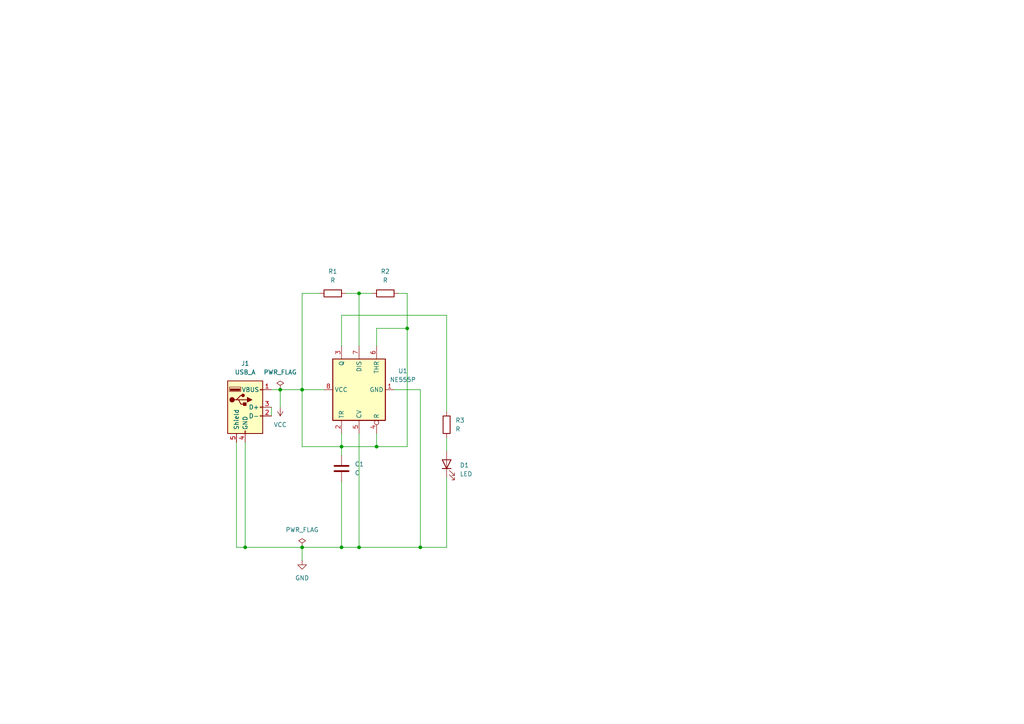
<source format=kicad_sch>
(kicad_sch
	(version 20250114)
	(generator "eeschema")
	(generator_version "9.0")
	(uuid "ebeefd06-138c-4362-8d79-d2a33880ebba")
	(paper "A4")
	(lib_symbols
		(symbol "Connector:USB_A"
			(pin_names
				(offset 1.016)
			)
			(exclude_from_sim no)
			(in_bom yes)
			(on_board yes)
			(property "Reference" "J"
				(at -5.08 11.43 0)
				(effects
					(font
						(size 1.27 1.27)
					)
					(justify left)
				)
			)
			(property "Value" "USB_A"
				(at -5.08 8.89 0)
				(effects
					(font
						(size 1.27 1.27)
					)
					(justify left)
				)
			)
			(property "Footprint" ""
				(at 3.81 -1.27 0)
				(effects
					(font
						(size 1.27 1.27)
					)
					(hide yes)
				)
			)
			(property "Datasheet" "~"
				(at 3.81 -1.27 0)
				(effects
					(font
						(size 1.27 1.27)
					)
					(hide yes)
				)
			)
			(property "Description" "USB Type A connector"
				(at 0 0 0)
				(effects
					(font
						(size 1.27 1.27)
					)
					(hide yes)
				)
			)
			(property "ki_keywords" "connector USB"
				(at 0 0 0)
				(effects
					(font
						(size 1.27 1.27)
					)
					(hide yes)
				)
			)
			(property "ki_fp_filters" "USB*"
				(at 0 0 0)
				(effects
					(font
						(size 1.27 1.27)
					)
					(hide yes)
				)
			)
			(symbol "USB_A_0_1"
				(rectangle
					(start -5.08 -7.62)
					(end 5.08 7.62)
					(stroke
						(width 0.254)
						(type default)
					)
					(fill
						(type background)
					)
				)
				(circle
					(center -3.81 2.159)
					(radius 0.635)
					(stroke
						(width 0.254)
						(type default)
					)
					(fill
						(type outline)
					)
				)
				(polyline
					(pts
						(xy -3.175 2.159) (xy -2.54 2.159) (xy -1.27 3.429) (xy -0.635 3.429)
					)
					(stroke
						(width 0.254)
						(type default)
					)
					(fill
						(type none)
					)
				)
				(polyline
					(pts
						(xy -2.54 2.159) (xy -1.905 2.159) (xy -1.27 0.889) (xy 0 0.889)
					)
					(stroke
						(width 0.254)
						(type default)
					)
					(fill
						(type none)
					)
				)
				(rectangle
					(start -1.524 4.826)
					(end -4.318 5.334)
					(stroke
						(width 0)
						(type default)
					)
					(fill
						(type outline)
					)
				)
				(rectangle
					(start -1.27 4.572)
					(end -4.572 5.842)
					(stroke
						(width 0)
						(type default)
					)
					(fill
						(type none)
					)
				)
				(circle
					(center -0.635 3.429)
					(radius 0.381)
					(stroke
						(width 0.254)
						(type default)
					)
					(fill
						(type outline)
					)
				)
				(rectangle
					(start -0.127 -7.62)
					(end 0.127 -6.858)
					(stroke
						(width 0)
						(type default)
					)
					(fill
						(type none)
					)
				)
				(rectangle
					(start 0.254 1.27)
					(end -0.508 0.508)
					(stroke
						(width 0.254)
						(type default)
					)
					(fill
						(type outline)
					)
				)
				(polyline
					(pts
						(xy 0.635 2.794) (xy 0.635 1.524) (xy 1.905 2.159) (xy 0.635 2.794)
					)
					(stroke
						(width 0.254)
						(type default)
					)
					(fill
						(type outline)
					)
				)
				(rectangle
					(start 5.08 4.953)
					(end 4.318 5.207)
					(stroke
						(width 0)
						(type default)
					)
					(fill
						(type none)
					)
				)
				(rectangle
					(start 5.08 -0.127)
					(end 4.318 0.127)
					(stroke
						(width 0)
						(type default)
					)
					(fill
						(type none)
					)
				)
				(rectangle
					(start 5.08 -2.667)
					(end 4.318 -2.413)
					(stroke
						(width 0)
						(type default)
					)
					(fill
						(type none)
					)
				)
			)
			(symbol "USB_A_1_1"
				(polyline
					(pts
						(xy -1.905 2.159) (xy 0.635 2.159)
					)
					(stroke
						(width 0.254)
						(type default)
					)
					(fill
						(type none)
					)
				)
				(pin passive line
					(at -2.54 -10.16 90)
					(length 2.54)
					(name "Shield"
						(effects
							(font
								(size 1.27 1.27)
							)
						)
					)
					(number "5"
						(effects
							(font
								(size 1.27 1.27)
							)
						)
					)
				)
				(pin power_in line
					(at 0 -10.16 90)
					(length 2.54)
					(name "GND"
						(effects
							(font
								(size 1.27 1.27)
							)
						)
					)
					(number "4"
						(effects
							(font
								(size 1.27 1.27)
							)
						)
					)
				)
				(pin power_in line
					(at 7.62 5.08 180)
					(length 2.54)
					(name "VBUS"
						(effects
							(font
								(size 1.27 1.27)
							)
						)
					)
					(number "1"
						(effects
							(font
								(size 1.27 1.27)
							)
						)
					)
				)
				(pin bidirectional line
					(at 7.62 0 180)
					(length 2.54)
					(name "D+"
						(effects
							(font
								(size 1.27 1.27)
							)
						)
					)
					(number "3"
						(effects
							(font
								(size 1.27 1.27)
							)
						)
					)
				)
				(pin bidirectional line
					(at 7.62 -2.54 180)
					(length 2.54)
					(name "D-"
						(effects
							(font
								(size 1.27 1.27)
							)
						)
					)
					(number "2"
						(effects
							(font
								(size 1.27 1.27)
							)
						)
					)
				)
			)
			(embedded_fonts no)
		)
		(symbol "Device:C"
			(pin_numbers
				(hide yes)
			)
			(pin_names
				(offset 0.254)
			)
			(exclude_from_sim no)
			(in_bom yes)
			(on_board yes)
			(property "Reference" "C"
				(at 0.635 2.54 0)
				(effects
					(font
						(size 1.27 1.27)
					)
					(justify left)
				)
			)
			(property "Value" "C"
				(at 0.635 -2.54 0)
				(effects
					(font
						(size 1.27 1.27)
					)
					(justify left)
				)
			)
			(property "Footprint" ""
				(at 0.9652 -3.81 0)
				(effects
					(font
						(size 1.27 1.27)
					)
					(hide yes)
				)
			)
			(property "Datasheet" "~"
				(at 0 0 0)
				(effects
					(font
						(size 1.27 1.27)
					)
					(hide yes)
				)
			)
			(property "Description" "Unpolarized capacitor"
				(at 0 0 0)
				(effects
					(font
						(size 1.27 1.27)
					)
					(hide yes)
				)
			)
			(property "ki_keywords" "cap capacitor"
				(at 0 0 0)
				(effects
					(font
						(size 1.27 1.27)
					)
					(hide yes)
				)
			)
			(property "ki_fp_filters" "C_*"
				(at 0 0 0)
				(effects
					(font
						(size 1.27 1.27)
					)
					(hide yes)
				)
			)
			(symbol "C_0_1"
				(polyline
					(pts
						(xy -2.032 0.762) (xy 2.032 0.762)
					)
					(stroke
						(width 0.508)
						(type default)
					)
					(fill
						(type none)
					)
				)
				(polyline
					(pts
						(xy -2.032 -0.762) (xy 2.032 -0.762)
					)
					(stroke
						(width 0.508)
						(type default)
					)
					(fill
						(type none)
					)
				)
			)
			(symbol "C_1_1"
				(pin passive line
					(at 0 3.81 270)
					(length 2.794)
					(name "~"
						(effects
							(font
								(size 1.27 1.27)
							)
						)
					)
					(number "1"
						(effects
							(font
								(size 1.27 1.27)
							)
						)
					)
				)
				(pin passive line
					(at 0 -3.81 90)
					(length 2.794)
					(name "~"
						(effects
							(font
								(size 1.27 1.27)
							)
						)
					)
					(number "2"
						(effects
							(font
								(size 1.27 1.27)
							)
						)
					)
				)
			)
			(embedded_fonts no)
		)
		(symbol "Device:LED"
			(pin_numbers
				(hide yes)
			)
			(pin_names
				(offset 1.016)
				(hide yes)
			)
			(exclude_from_sim no)
			(in_bom yes)
			(on_board yes)
			(property "Reference" "D"
				(at 0 2.54 0)
				(effects
					(font
						(size 1.27 1.27)
					)
				)
			)
			(property "Value" "LED"
				(at 0 -2.54 0)
				(effects
					(font
						(size 1.27 1.27)
					)
				)
			)
			(property "Footprint" ""
				(at 0 0 0)
				(effects
					(font
						(size 1.27 1.27)
					)
					(hide yes)
				)
			)
			(property "Datasheet" "~"
				(at 0 0 0)
				(effects
					(font
						(size 1.27 1.27)
					)
					(hide yes)
				)
			)
			(property "Description" "Light emitting diode"
				(at 0 0 0)
				(effects
					(font
						(size 1.27 1.27)
					)
					(hide yes)
				)
			)
			(property "Sim.Pins" "1=K 2=A"
				(at 0 0 0)
				(effects
					(font
						(size 1.27 1.27)
					)
					(hide yes)
				)
			)
			(property "ki_keywords" "LED diode"
				(at 0 0 0)
				(effects
					(font
						(size 1.27 1.27)
					)
					(hide yes)
				)
			)
			(property "ki_fp_filters" "LED* LED_SMD:* LED_THT:*"
				(at 0 0 0)
				(effects
					(font
						(size 1.27 1.27)
					)
					(hide yes)
				)
			)
			(symbol "LED_0_1"
				(polyline
					(pts
						(xy -3.048 -0.762) (xy -4.572 -2.286) (xy -3.81 -2.286) (xy -4.572 -2.286) (xy -4.572 -1.524)
					)
					(stroke
						(width 0)
						(type default)
					)
					(fill
						(type none)
					)
				)
				(polyline
					(pts
						(xy -1.778 -0.762) (xy -3.302 -2.286) (xy -2.54 -2.286) (xy -3.302 -2.286) (xy -3.302 -1.524)
					)
					(stroke
						(width 0)
						(type default)
					)
					(fill
						(type none)
					)
				)
				(polyline
					(pts
						(xy -1.27 0) (xy 1.27 0)
					)
					(stroke
						(width 0)
						(type default)
					)
					(fill
						(type none)
					)
				)
				(polyline
					(pts
						(xy -1.27 -1.27) (xy -1.27 1.27)
					)
					(stroke
						(width 0.254)
						(type default)
					)
					(fill
						(type none)
					)
				)
				(polyline
					(pts
						(xy 1.27 -1.27) (xy 1.27 1.27) (xy -1.27 0) (xy 1.27 -1.27)
					)
					(stroke
						(width 0.254)
						(type default)
					)
					(fill
						(type none)
					)
				)
			)
			(symbol "LED_1_1"
				(pin passive line
					(at -3.81 0 0)
					(length 2.54)
					(name "K"
						(effects
							(font
								(size 1.27 1.27)
							)
						)
					)
					(number "1"
						(effects
							(font
								(size 1.27 1.27)
							)
						)
					)
				)
				(pin passive line
					(at 3.81 0 180)
					(length 2.54)
					(name "A"
						(effects
							(font
								(size 1.27 1.27)
							)
						)
					)
					(number "2"
						(effects
							(font
								(size 1.27 1.27)
							)
						)
					)
				)
			)
			(embedded_fonts no)
		)
		(symbol "Device:R"
			(pin_numbers
				(hide yes)
			)
			(pin_names
				(offset 0)
			)
			(exclude_from_sim no)
			(in_bom yes)
			(on_board yes)
			(property "Reference" "R"
				(at 2.032 0 90)
				(effects
					(font
						(size 1.27 1.27)
					)
				)
			)
			(property "Value" "R"
				(at 0 0 90)
				(effects
					(font
						(size 1.27 1.27)
					)
				)
			)
			(property "Footprint" ""
				(at -1.778 0 90)
				(effects
					(font
						(size 1.27 1.27)
					)
					(hide yes)
				)
			)
			(property "Datasheet" "~"
				(at 0 0 0)
				(effects
					(font
						(size 1.27 1.27)
					)
					(hide yes)
				)
			)
			(property "Description" "Resistor"
				(at 0 0 0)
				(effects
					(font
						(size 1.27 1.27)
					)
					(hide yes)
				)
			)
			(property "ki_keywords" "R res resistor"
				(at 0 0 0)
				(effects
					(font
						(size 1.27 1.27)
					)
					(hide yes)
				)
			)
			(property "ki_fp_filters" "R_*"
				(at 0 0 0)
				(effects
					(font
						(size 1.27 1.27)
					)
					(hide yes)
				)
			)
			(symbol "R_0_1"
				(rectangle
					(start -1.016 -2.54)
					(end 1.016 2.54)
					(stroke
						(width 0.254)
						(type default)
					)
					(fill
						(type none)
					)
				)
			)
			(symbol "R_1_1"
				(pin passive line
					(at 0 3.81 270)
					(length 1.27)
					(name "~"
						(effects
							(font
								(size 1.27 1.27)
							)
						)
					)
					(number "1"
						(effects
							(font
								(size 1.27 1.27)
							)
						)
					)
				)
				(pin passive line
					(at 0 -3.81 90)
					(length 1.27)
					(name "~"
						(effects
							(font
								(size 1.27 1.27)
							)
						)
					)
					(number "2"
						(effects
							(font
								(size 1.27 1.27)
							)
						)
					)
				)
			)
			(embedded_fonts no)
		)
		(symbol "Timer:NE555P"
			(exclude_from_sim no)
			(in_bom yes)
			(on_board yes)
			(property "Reference" "U"
				(at -10.16 8.89 0)
				(effects
					(font
						(size 1.27 1.27)
					)
					(justify left)
				)
			)
			(property "Value" "NE555P"
				(at 2.54 8.89 0)
				(effects
					(font
						(size 1.27 1.27)
					)
					(justify left)
				)
			)
			(property "Footprint" "Package_DIP:DIP-8_W7.62mm"
				(at 16.51 -10.16 0)
				(effects
					(font
						(size 1.27 1.27)
					)
					(hide yes)
				)
			)
			(property "Datasheet" "http://www.ti.com/lit/ds/symlink/ne555.pdf"
				(at 21.59 -10.16 0)
				(effects
					(font
						(size 1.27 1.27)
					)
					(hide yes)
				)
			)
			(property "Description" "Precision Timers, 555 compatible,  PDIP-8"
				(at 0 0 0)
				(effects
					(font
						(size 1.27 1.27)
					)
					(hide yes)
				)
			)
			(property "ki_keywords" "single timer 555"
				(at 0 0 0)
				(effects
					(font
						(size 1.27 1.27)
					)
					(hide yes)
				)
			)
			(property "ki_fp_filters" "DIP*W7.62mm*"
				(at 0 0 0)
				(effects
					(font
						(size 1.27 1.27)
					)
					(hide yes)
				)
			)
			(symbol "NE555P_0_0"
				(pin power_in line
					(at 0 10.16 270)
					(length 2.54)
					(name "VCC"
						(effects
							(font
								(size 1.27 1.27)
							)
						)
					)
					(number "8"
						(effects
							(font
								(size 1.27 1.27)
							)
						)
					)
				)
				(pin power_in line
					(at 0 -10.16 90)
					(length 2.54)
					(name "GND"
						(effects
							(font
								(size 1.27 1.27)
							)
						)
					)
					(number "1"
						(effects
							(font
								(size 1.27 1.27)
							)
						)
					)
				)
			)
			(symbol "NE555P_0_1"
				(rectangle
					(start -8.89 -7.62)
					(end 8.89 7.62)
					(stroke
						(width 0.254)
						(type default)
					)
					(fill
						(type background)
					)
				)
				(rectangle
					(start -8.89 -7.62)
					(end 8.89 7.62)
					(stroke
						(width 0.254)
						(type default)
					)
					(fill
						(type background)
					)
				)
			)
			(symbol "NE555P_1_1"
				(pin input line
					(at -12.7 5.08 0)
					(length 3.81)
					(name "TR"
						(effects
							(font
								(size 1.27 1.27)
							)
						)
					)
					(number "2"
						(effects
							(font
								(size 1.27 1.27)
							)
						)
					)
				)
				(pin input line
					(at -12.7 0 0)
					(length 3.81)
					(name "CV"
						(effects
							(font
								(size 1.27 1.27)
							)
						)
					)
					(number "5"
						(effects
							(font
								(size 1.27 1.27)
							)
						)
					)
				)
				(pin input inverted
					(at -12.7 -5.08 0)
					(length 3.81)
					(name "R"
						(effects
							(font
								(size 1.27 1.27)
							)
						)
					)
					(number "4"
						(effects
							(font
								(size 1.27 1.27)
							)
						)
					)
				)
				(pin output line
					(at 12.7 5.08 180)
					(length 3.81)
					(name "Q"
						(effects
							(font
								(size 1.27 1.27)
							)
						)
					)
					(number "3"
						(effects
							(font
								(size 1.27 1.27)
							)
						)
					)
				)
				(pin input line
					(at 12.7 0 180)
					(length 3.81)
					(name "DIS"
						(effects
							(font
								(size 1.27 1.27)
							)
						)
					)
					(number "7"
						(effects
							(font
								(size 1.27 1.27)
							)
						)
					)
				)
				(pin input line
					(at 12.7 -5.08 180)
					(length 3.81)
					(name "THR"
						(effects
							(font
								(size 1.27 1.27)
							)
						)
					)
					(number "6"
						(effects
							(font
								(size 1.27 1.27)
							)
						)
					)
				)
			)
			(embedded_fonts no)
		)
		(symbol "power:GND"
			(power)
			(pin_numbers
				(hide yes)
			)
			(pin_names
				(offset 0)
				(hide yes)
			)
			(exclude_from_sim no)
			(in_bom yes)
			(on_board yes)
			(property "Reference" "#PWR"
				(at 0 -6.35 0)
				(effects
					(font
						(size 1.27 1.27)
					)
					(hide yes)
				)
			)
			(property "Value" "GND"
				(at 0 -3.81 0)
				(effects
					(font
						(size 1.27 1.27)
					)
				)
			)
			(property "Footprint" ""
				(at 0 0 0)
				(effects
					(font
						(size 1.27 1.27)
					)
					(hide yes)
				)
			)
			(property "Datasheet" ""
				(at 0 0 0)
				(effects
					(font
						(size 1.27 1.27)
					)
					(hide yes)
				)
			)
			(property "Description" "Power symbol creates a global label with name \"GND\" , ground"
				(at 0 0 0)
				(effects
					(font
						(size 1.27 1.27)
					)
					(hide yes)
				)
			)
			(property "ki_keywords" "global power"
				(at 0 0 0)
				(effects
					(font
						(size 1.27 1.27)
					)
					(hide yes)
				)
			)
			(symbol "GND_0_1"
				(polyline
					(pts
						(xy 0 0) (xy 0 -1.27) (xy 1.27 -1.27) (xy 0 -2.54) (xy -1.27 -1.27) (xy 0 -1.27)
					)
					(stroke
						(width 0)
						(type default)
					)
					(fill
						(type none)
					)
				)
			)
			(symbol "GND_1_1"
				(pin power_in line
					(at 0 0 270)
					(length 0)
					(name "~"
						(effects
							(font
								(size 1.27 1.27)
							)
						)
					)
					(number "1"
						(effects
							(font
								(size 1.27 1.27)
							)
						)
					)
				)
			)
			(embedded_fonts no)
		)
		(symbol "power:PWR_FLAG"
			(power)
			(pin_numbers
				(hide yes)
			)
			(pin_names
				(offset 0)
				(hide yes)
			)
			(exclude_from_sim no)
			(in_bom yes)
			(on_board yes)
			(property "Reference" "#FLG"
				(at 0 1.905 0)
				(effects
					(font
						(size 1.27 1.27)
					)
					(hide yes)
				)
			)
			(property "Value" "PWR_FLAG"
				(at 0 3.81 0)
				(effects
					(font
						(size 1.27 1.27)
					)
				)
			)
			(property "Footprint" ""
				(at 0 0 0)
				(effects
					(font
						(size 1.27 1.27)
					)
					(hide yes)
				)
			)
			(property "Datasheet" "~"
				(at 0 0 0)
				(effects
					(font
						(size 1.27 1.27)
					)
					(hide yes)
				)
			)
			(property "Description" "Special symbol for telling ERC where power comes from"
				(at 0 0 0)
				(effects
					(font
						(size 1.27 1.27)
					)
					(hide yes)
				)
			)
			(property "ki_keywords" "flag power"
				(at 0 0 0)
				(effects
					(font
						(size 1.27 1.27)
					)
					(hide yes)
				)
			)
			(symbol "PWR_FLAG_0_0"
				(pin power_out line
					(at 0 0 90)
					(length 0)
					(name "~"
						(effects
							(font
								(size 1.27 1.27)
							)
						)
					)
					(number "1"
						(effects
							(font
								(size 1.27 1.27)
							)
						)
					)
				)
			)
			(symbol "PWR_FLAG_0_1"
				(polyline
					(pts
						(xy 0 0) (xy 0 1.27) (xy -1.016 1.905) (xy 0 2.54) (xy 1.016 1.905) (xy 0 1.27)
					)
					(stroke
						(width 0)
						(type default)
					)
					(fill
						(type none)
					)
				)
			)
			(embedded_fonts no)
		)
		(symbol "power:VCC"
			(power)
			(pin_numbers
				(hide yes)
			)
			(pin_names
				(offset 0)
				(hide yes)
			)
			(exclude_from_sim no)
			(in_bom yes)
			(on_board yes)
			(property "Reference" "#PWR"
				(at 0 -3.81 0)
				(effects
					(font
						(size 1.27 1.27)
					)
					(hide yes)
				)
			)
			(property "Value" "VCC"
				(at 0 3.556 0)
				(effects
					(font
						(size 1.27 1.27)
					)
				)
			)
			(property "Footprint" ""
				(at 0 0 0)
				(effects
					(font
						(size 1.27 1.27)
					)
					(hide yes)
				)
			)
			(property "Datasheet" ""
				(at 0 0 0)
				(effects
					(font
						(size 1.27 1.27)
					)
					(hide yes)
				)
			)
			(property "Description" "Power symbol creates a global label with name \"VCC\""
				(at 0 0 0)
				(effects
					(font
						(size 1.27 1.27)
					)
					(hide yes)
				)
			)
			(property "ki_keywords" "global power"
				(at 0 0 0)
				(effects
					(font
						(size 1.27 1.27)
					)
					(hide yes)
				)
			)
			(symbol "VCC_0_1"
				(polyline
					(pts
						(xy -0.762 1.27) (xy 0 2.54)
					)
					(stroke
						(width 0)
						(type default)
					)
					(fill
						(type none)
					)
				)
				(polyline
					(pts
						(xy 0 2.54) (xy 0.762 1.27)
					)
					(stroke
						(width 0)
						(type default)
					)
					(fill
						(type none)
					)
				)
				(polyline
					(pts
						(xy 0 0) (xy 0 2.54)
					)
					(stroke
						(width 0)
						(type default)
					)
					(fill
						(type none)
					)
				)
			)
			(symbol "VCC_1_1"
				(pin power_in line
					(at 0 0 90)
					(length 0)
					(name "~"
						(effects
							(font
								(size 1.27 1.27)
							)
						)
					)
					(number "1"
						(effects
							(font
								(size 1.27 1.27)
							)
						)
					)
				)
			)
			(embedded_fonts no)
		)
	)
	(junction
		(at 71.12 158.75)
		(diameter 0)
		(color 0 0 0 0)
		(uuid "03ba4d6a-2e99-4614-925c-0f6a210066b8")
	)
	(junction
		(at 81.28 113.03)
		(diameter 0)
		(color 0 0 0 0)
		(uuid "0531340b-d584-4934-9098-b21d85d5ac35")
	)
	(junction
		(at 109.22 129.54)
		(diameter 0)
		(color 0 0 0 0)
		(uuid "3771f44f-82e5-4c65-89ef-96a0e2761714")
	)
	(junction
		(at 118.11 95.25)
		(diameter 0)
		(color 0 0 0 0)
		(uuid "728ee524-3756-41aa-9375-4ae69a70d6fb")
	)
	(junction
		(at 104.14 158.75)
		(diameter 0)
		(color 0 0 0 0)
		(uuid "8cdcbc0f-6149-4745-b4c9-8070bfa58dd7")
	)
	(junction
		(at 87.63 113.03)
		(diameter 0)
		(color 0 0 0 0)
		(uuid "e27371c3-6dec-4d40-9385-83c4822e01fa")
	)
	(junction
		(at 99.06 129.54)
		(diameter 0)
		(color 0 0 0 0)
		(uuid "e6606308-33d1-4307-a68b-92f01370c0f2")
	)
	(junction
		(at 104.14 85.09)
		(diameter 0)
		(color 0 0 0 0)
		(uuid "f39f0946-05d5-449e-a7dc-ac0f0cf513e6")
	)
	(junction
		(at 99.06 158.75)
		(diameter 0)
		(color 0 0 0 0)
		(uuid "f958144b-0edd-45d1-855c-e13d0b66cb18")
	)
	(junction
		(at 87.63 158.75)
		(diameter 0)
		(color 0 0 0 0)
		(uuid "fb35a27e-c434-4492-8b89-e8ae4855963e")
	)
	(junction
		(at 121.92 158.75)
		(diameter 0)
		(color 0 0 0 0)
		(uuid "ff66f435-55d5-469f-84a0-7782c9c064c1")
	)
	(wire
		(pts
			(xy 87.63 85.09) (xy 87.63 113.03)
		)
		(stroke
			(width 0)
			(type default)
		)
		(uuid "03da9acd-7dcb-4ff8-ac74-addf190028fd")
	)
	(wire
		(pts
			(xy 109.22 95.25) (xy 118.11 95.25)
		)
		(stroke
			(width 0)
			(type default)
		)
		(uuid "088236f0-850e-49dd-ad47-b81e75b82967")
	)
	(wire
		(pts
			(xy 109.22 100.33) (xy 109.22 95.25)
		)
		(stroke
			(width 0)
			(type default)
		)
		(uuid "1115f54d-134c-4746-a3d1-9921e503afea")
	)
	(wire
		(pts
			(xy 118.11 129.54) (xy 109.22 129.54)
		)
		(stroke
			(width 0)
			(type default)
		)
		(uuid "142f0b25-0f82-4292-afe1-ce5854379245")
	)
	(wire
		(pts
			(xy 121.92 113.03) (xy 114.3 113.03)
		)
		(stroke
			(width 0)
			(type default)
		)
		(uuid "22702341-2582-4fe7-9511-0dca71c6216d")
	)
	(wire
		(pts
			(xy 99.06 100.33) (xy 99.06 91.44)
		)
		(stroke
			(width 0)
			(type default)
		)
		(uuid "25d91f89-be25-4df4-b2ff-890efebfe793")
	)
	(wire
		(pts
			(xy 104.14 85.09) (xy 104.14 100.33)
		)
		(stroke
			(width 0)
			(type default)
		)
		(uuid "34b2ef9f-127a-4826-84df-27cb837240d7")
	)
	(wire
		(pts
			(xy 118.11 95.25) (xy 118.11 129.54)
		)
		(stroke
			(width 0)
			(type default)
		)
		(uuid "38d40a8b-0370-4216-b3ad-a54c9f3e8cd1")
	)
	(wire
		(pts
			(xy 68.58 128.27) (xy 68.58 158.75)
		)
		(stroke
			(width 0)
			(type default)
		)
		(uuid "3b97dadb-f575-4d86-abca-197692b81952")
	)
	(wire
		(pts
			(xy 87.63 113.03) (xy 87.63 129.54)
		)
		(stroke
			(width 0)
			(type default)
		)
		(uuid "4d61198a-e03d-4573-97be-baa794d2f69e")
	)
	(wire
		(pts
			(xy 129.54 158.75) (xy 121.92 158.75)
		)
		(stroke
			(width 0)
			(type default)
		)
		(uuid "4ee9913f-0180-4130-b011-98a3ce682a13")
	)
	(wire
		(pts
			(xy 68.58 158.75) (xy 71.12 158.75)
		)
		(stroke
			(width 0)
			(type default)
		)
		(uuid "55bc6e4a-2bd2-41a1-b559-a7eefdf85499")
	)
	(wire
		(pts
			(xy 100.33 85.09) (xy 104.14 85.09)
		)
		(stroke
			(width 0)
			(type default)
		)
		(uuid "5ad7f46f-c084-450f-84bc-e8af40f79400")
	)
	(wire
		(pts
			(xy 115.57 85.09) (xy 118.11 85.09)
		)
		(stroke
			(width 0)
			(type default)
		)
		(uuid "605d19e0-914d-4898-8bce-74d579d08892")
	)
	(wire
		(pts
			(xy 81.28 113.03) (xy 87.63 113.03)
		)
		(stroke
			(width 0)
			(type default)
		)
		(uuid "65b5e9fd-f562-4b46-ac9b-66ac9c6bdc1a")
	)
	(wire
		(pts
			(xy 87.63 158.75) (xy 99.06 158.75)
		)
		(stroke
			(width 0)
			(type default)
		)
		(uuid "6eb3b52e-ec54-4b08-aa22-11be2fdad6b4")
	)
	(wire
		(pts
			(xy 81.28 113.03) (xy 81.28 118.11)
		)
		(stroke
			(width 0)
			(type default)
		)
		(uuid "707c345f-094d-4d30-8a79-b03abcccbd9c")
	)
	(wire
		(pts
			(xy 99.06 125.73) (xy 99.06 129.54)
		)
		(stroke
			(width 0)
			(type default)
		)
		(uuid "728d1e1f-2405-468a-918d-c8b0ff0bcb7e")
	)
	(wire
		(pts
			(xy 99.06 129.54) (xy 99.06 132.08)
		)
		(stroke
			(width 0)
			(type default)
		)
		(uuid "772d29ef-ef4b-4176-8d0b-02eaf7014506")
	)
	(wire
		(pts
			(xy 129.54 127) (xy 129.54 130.81)
		)
		(stroke
			(width 0)
			(type default)
		)
		(uuid "7a552a56-0d1a-49f1-a606-a9bde17b86b4")
	)
	(wire
		(pts
			(xy 118.11 85.09) (xy 118.11 95.25)
		)
		(stroke
			(width 0)
			(type default)
		)
		(uuid "7d173022-57f2-4026-8a97-316ead742ff6")
	)
	(wire
		(pts
			(xy 71.12 158.75) (xy 87.63 158.75)
		)
		(stroke
			(width 0)
			(type default)
		)
		(uuid "870dd849-7172-4123-837d-484ef9d5f7fe")
	)
	(wire
		(pts
			(xy 99.06 158.75) (xy 104.14 158.75)
		)
		(stroke
			(width 0)
			(type default)
		)
		(uuid "91601ee6-3568-4280-84bc-a5f535b8dba9")
	)
	(wire
		(pts
			(xy 99.06 91.44) (xy 129.54 91.44)
		)
		(stroke
			(width 0)
			(type default)
		)
		(uuid "a4acb6b4-6b25-48fd-b90e-29e1c751bf41")
	)
	(wire
		(pts
			(xy 129.54 91.44) (xy 129.54 119.38)
		)
		(stroke
			(width 0)
			(type default)
		)
		(uuid "abf56755-e569-470d-9d9f-082d53f5fb01")
	)
	(wire
		(pts
			(xy 121.92 158.75) (xy 121.92 113.03)
		)
		(stroke
			(width 0)
			(type default)
		)
		(uuid "afdd9891-9ab4-4e7a-af5c-743d46a55e95")
	)
	(wire
		(pts
			(xy 129.54 138.43) (xy 129.54 158.75)
		)
		(stroke
			(width 0)
			(type default)
		)
		(uuid "b1d5380e-0e14-482d-9ff2-32449463f6f6")
	)
	(wire
		(pts
			(xy 87.63 113.03) (xy 93.98 113.03)
		)
		(stroke
			(width 0)
			(type default)
		)
		(uuid "b8aa51c7-5cd0-44f0-900d-c0528a228963")
	)
	(wire
		(pts
			(xy 104.14 85.09) (xy 107.95 85.09)
		)
		(stroke
			(width 0)
			(type default)
		)
		(uuid "b8f27540-3b1b-47f5-b784-0297f74a9e0e")
	)
	(wire
		(pts
			(xy 87.63 129.54) (xy 99.06 129.54)
		)
		(stroke
			(width 0)
			(type default)
		)
		(uuid "c41516b2-1f8f-4dbb-a30e-eef7f2cca098")
	)
	(wire
		(pts
			(xy 78.74 113.03) (xy 81.28 113.03)
		)
		(stroke
			(width 0)
			(type default)
		)
		(uuid "cb6e430b-75bf-47fc-9fc2-2c2e64b43828")
	)
	(wire
		(pts
			(xy 92.71 85.09) (xy 87.63 85.09)
		)
		(stroke
			(width 0)
			(type default)
		)
		(uuid "d0f99f86-d507-420c-840c-ced44cfe7892")
	)
	(wire
		(pts
			(xy 104.14 125.73) (xy 104.14 158.75)
		)
		(stroke
			(width 0)
			(type default)
		)
		(uuid "d196c8be-28ae-465e-8387-1d43ae62633b")
	)
	(wire
		(pts
			(xy 104.14 158.75) (xy 121.92 158.75)
		)
		(stroke
			(width 0)
			(type default)
		)
		(uuid "d3b2cf4e-4ba1-42af-916b-fb4a7a3f79f2")
	)
	(wire
		(pts
			(xy 87.63 158.75) (xy 87.63 162.56)
		)
		(stroke
			(width 0)
			(type default)
		)
		(uuid "dca026f4-d189-40e3-bb3f-4cd3621ce3fe")
	)
	(wire
		(pts
			(xy 71.12 128.27) (xy 71.12 158.75)
		)
		(stroke
			(width 0)
			(type default)
		)
		(uuid "e05129fe-ef2a-4a0e-80a2-2dd655d4f80a")
	)
	(wire
		(pts
			(xy 99.06 139.7) (xy 99.06 158.75)
		)
		(stroke
			(width 0)
			(type default)
		)
		(uuid "e8aa51b5-867c-4428-aa4c-0979882b40b8")
	)
	(wire
		(pts
			(xy 109.22 129.54) (xy 99.06 129.54)
		)
		(stroke
			(width 0)
			(type default)
		)
		(uuid "ee0fbc44-edc0-4192-9ba9-19d4b893e1d7")
	)
	(wire
		(pts
			(xy 78.74 118.11) (xy 78.74 120.65)
		)
		(stroke
			(width 0)
			(type default)
		)
		(uuid "fd9878e3-c879-421e-a0a1-5dd7ef36ec4f")
	)
	(wire
		(pts
			(xy 109.22 125.73) (xy 109.22 129.54)
		)
		(stroke
			(width 0)
			(type default)
		)
		(uuid "ffdd735f-98df-4d34-b7fb-4aea305b287c")
	)
	(symbol
		(lib_id "Device:R")
		(at 96.52 85.09 90)
		(unit 1)
		(exclude_from_sim no)
		(in_bom yes)
		(on_board yes)
		(dnp no)
		(fields_autoplaced yes)
		(uuid "0742af97-a100-4bc9-80b2-acb1623fafb3")
		(property "Reference" "R1"
			(at 96.52 78.74 90)
			(effects
				(font
					(size 1.27 1.27)
				)
			)
		)
		(property "Value" "R"
			(at 96.52 81.28 90)
			(effects
				(font
					(size 1.27 1.27)
				)
			)
		)
		(property "Footprint" "Resistor_THT:R_Axial_DIN0204_L3.6mm_D1.6mm_P5.08mm_Horizontal"
			(at 96.52 86.868 90)
			(effects
				(font
					(size 1.27 1.27)
				)
				(hide yes)
			)
		)
		(property "Datasheet" "~"
			(at 96.52 85.09 0)
			(effects
				(font
					(size 1.27 1.27)
				)
				(hide yes)
			)
		)
		(property "Description" "Resistor"
			(at 96.52 85.09 0)
			(effects
				(font
					(size 1.27 1.27)
				)
				(hide yes)
			)
		)
		(pin "2"
			(uuid "3c0be77e-c073-42a8-8d78-67d838662716")
		)
		(pin "1"
			(uuid "5dd1e667-1e11-48e6-bc7d-8d32dbe2294b")
		)
		(instances
			(project ""
				(path "/ebeefd06-138c-4362-8d79-d2a33880ebba"
					(reference "R1")
					(unit 1)
				)
			)
		)
	)
	(symbol
		(lib_id "Timer:NE555P")
		(at 104.14 113.03 90)
		(unit 1)
		(exclude_from_sim no)
		(in_bom yes)
		(on_board yes)
		(dnp no)
		(fields_autoplaced yes)
		(uuid "543e72f2-cca7-457f-a045-9c5b36128a39")
		(property "Reference" "U1"
			(at 116.84 107.5846 90)
			(effects
				(font
					(size 1.27 1.27)
				)
			)
		)
		(property "Value" "NE555P"
			(at 116.84 110.1246 90)
			(effects
				(font
					(size 1.27 1.27)
				)
			)
		)
		(property "Footprint" "Package_DIP:DIP-8_W7.62mm"
			(at 114.3 96.52 0)
			(effects
				(font
					(size 1.27 1.27)
				)
				(hide yes)
			)
		)
		(property "Datasheet" "http://www.ti.com/lit/ds/symlink/ne555.pdf"
			(at 114.3 91.44 0)
			(effects
				(font
					(size 1.27 1.27)
				)
				(hide yes)
			)
		)
		(property "Description" "Precision Timers, 555 compatible,  PDIP-8"
			(at 104.14 113.03 0)
			(effects
				(font
					(size 1.27 1.27)
				)
				(hide yes)
			)
		)
		(pin "6"
			(uuid "553140a3-bf1e-4afb-90e9-5ea40fbb3071")
		)
		(pin "2"
			(uuid "dcc33872-c425-43b0-a139-ee6588a5044d")
		)
		(pin "5"
			(uuid "91d0a5b2-1a41-4eb0-be45-f0fb7670bade")
		)
		(pin "7"
			(uuid "c21d69c3-ff91-4100-9b8a-a8944e9419c6")
		)
		(pin "4"
			(uuid "b9e0d764-6fc3-4d4a-874e-a70cab686da7")
		)
		(pin "3"
			(uuid "d728a28f-f10c-406d-afe3-51144c544cd7")
		)
		(pin "8"
			(uuid "d60579a2-1cf8-477a-91fd-2adf68a6763c")
		)
		(pin "1"
			(uuid "fe8e6d6b-0b9d-4882-8eb2-f1c8b9803933")
		)
		(instances
			(project ""
				(path "/ebeefd06-138c-4362-8d79-d2a33880ebba"
					(reference "U1")
					(unit 1)
				)
			)
		)
	)
	(symbol
		(lib_id "Device:LED")
		(at 129.54 134.62 90)
		(unit 1)
		(exclude_from_sim no)
		(in_bom yes)
		(on_board yes)
		(dnp no)
		(fields_autoplaced yes)
		(uuid "6da01c85-b9b6-4388-b2f6-60d630925ce6")
		(property "Reference" "D1"
			(at 133.35 134.9374 90)
			(effects
				(font
					(size 1.27 1.27)
				)
				(justify right)
			)
		)
		(property "Value" "LED"
			(at 133.35 137.4774 90)
			(effects
				(font
					(size 1.27 1.27)
				)
				(justify right)
			)
		)
		(property "Footprint" "LED_THT:LED_D8.0mm"
			(at 129.54 134.62 0)
			(effects
				(font
					(size 1.27 1.27)
				)
				(hide yes)
			)
		)
		(property "Datasheet" "~"
			(at 129.54 134.62 0)
			(effects
				(font
					(size 1.27 1.27)
				)
				(hide yes)
			)
		)
		(property "Description" "Light emitting diode"
			(at 129.54 134.62 0)
			(effects
				(font
					(size 1.27 1.27)
				)
				(hide yes)
			)
		)
		(property "Sim.Pins" "1=K 2=A"
			(at 129.54 134.62 0)
			(effects
				(font
					(size 1.27 1.27)
				)
				(hide yes)
			)
		)
		(pin "1"
			(uuid "ab1bc5f1-30c7-4515-b861-d380f17237d3")
		)
		(pin "2"
			(uuid "e60a9040-c457-4107-9eec-6795d24e0456")
		)
		(instances
			(project ""
				(path "/ebeefd06-138c-4362-8d79-d2a33880ebba"
					(reference "D1")
					(unit 1)
				)
			)
		)
	)
	(symbol
		(lib_id "power:PWR_FLAG")
		(at 81.28 113.03 0)
		(unit 1)
		(exclude_from_sim no)
		(in_bom yes)
		(on_board yes)
		(dnp no)
		(fields_autoplaced yes)
		(uuid "73a8431f-4fe9-4243-be37-8db8ce00ef64")
		(property "Reference" "#FLG01"
			(at 81.28 111.125 0)
			(effects
				(font
					(size 1.27 1.27)
				)
				(hide yes)
			)
		)
		(property "Value" "PWR_FLAG"
			(at 81.28 107.95 0)
			(effects
				(font
					(size 1.27 1.27)
				)
			)
		)
		(property "Footprint" ""
			(at 81.28 113.03 0)
			(effects
				(font
					(size 1.27 1.27)
				)
				(hide yes)
			)
		)
		(property "Datasheet" "~"
			(at 81.28 113.03 0)
			(effects
				(font
					(size 1.27 1.27)
				)
				(hide yes)
			)
		)
		(property "Description" "Special symbol for telling ERC where power comes from"
			(at 81.28 113.03 0)
			(effects
				(font
					(size 1.27 1.27)
				)
				(hide yes)
			)
		)
		(pin "1"
			(uuid "d2df6bd1-01bb-4f98-877b-0cc94a2b6c82")
		)
		(instances
			(project ""
				(path "/ebeefd06-138c-4362-8d79-d2a33880ebba"
					(reference "#FLG01")
					(unit 1)
				)
			)
		)
	)
	(symbol
		(lib_id "Device:R")
		(at 129.54 123.19 180)
		(unit 1)
		(exclude_from_sim no)
		(in_bom yes)
		(on_board yes)
		(dnp no)
		(fields_autoplaced yes)
		(uuid "7b18c625-2258-4ece-9caa-56f5c4ea248e")
		(property "Reference" "R3"
			(at 132.08 121.9199 0)
			(effects
				(font
					(size 1.27 1.27)
				)
				(justify right)
			)
		)
		(property "Value" "R"
			(at 132.08 124.4599 0)
			(effects
				(font
					(size 1.27 1.27)
				)
				(justify right)
			)
		)
		(property "Footprint" "Resistor_THT:R_Axial_DIN0204_L3.6mm_D1.6mm_P5.08mm_Horizontal"
			(at 131.318 123.19 90)
			(effects
				(font
					(size 1.27 1.27)
				)
				(hide yes)
			)
		)
		(property "Datasheet" "~"
			(at 129.54 123.19 0)
			(effects
				(font
					(size 1.27 1.27)
				)
				(hide yes)
			)
		)
		(property "Description" "Resistor"
			(at 129.54 123.19 0)
			(effects
				(font
					(size 1.27 1.27)
				)
				(hide yes)
			)
		)
		(pin "2"
			(uuid "abc0a608-16b7-40f9-a38a-de63cf6bfbdc")
		)
		(pin "1"
			(uuid "d520aa0d-12cd-47a2-ae7d-a139f8a018f3")
		)
		(instances
			(project ""
				(path "/ebeefd06-138c-4362-8d79-d2a33880ebba"
					(reference "R3")
					(unit 1)
				)
			)
		)
	)
	(symbol
		(lib_id "Connector:USB_A")
		(at 71.12 118.11 0)
		(unit 1)
		(exclude_from_sim no)
		(in_bom yes)
		(on_board yes)
		(dnp no)
		(fields_autoplaced yes)
		(uuid "90cddcd1-ac9b-4670-a52f-5e3e7ff1c843")
		(property "Reference" "J1"
			(at 71.12 105.41 0)
			(effects
				(font
					(size 1.27 1.27)
				)
			)
		)
		(property "Value" "USB_A"
			(at 71.12 107.95 0)
			(effects
				(font
					(size 1.27 1.27)
				)
			)
		)
		(property "Footprint" "Connector_USB:USB_A_CNCTech_1001-011-01101_Horizontal"
			(at 74.93 119.38 0)
			(effects
				(font
					(size 1.27 1.27)
				)
				(hide yes)
			)
		)
		(property "Datasheet" "~"
			(at 74.93 119.38 0)
			(effects
				(font
					(size 1.27 1.27)
				)
				(hide yes)
			)
		)
		(property "Description" "USB Type A connector"
			(at 71.12 118.11 0)
			(effects
				(font
					(size 1.27 1.27)
				)
				(hide yes)
			)
		)
		(pin "4"
			(uuid "d1bb49bc-689a-4772-a4c0-7c44eff1ef50")
		)
		(pin "5"
			(uuid "b0a911d3-d5d2-471a-b435-b6815a5981c0")
		)
		(pin "3"
			(uuid "49f1ec83-f700-4929-872b-0fe7066cb5f8")
		)
		(pin "1"
			(uuid "f1dda3fe-8193-4ee7-af4d-b9b3d5f5403e")
		)
		(pin "2"
			(uuid "b8173d65-223f-4b23-a2c9-ea1be99c7c80")
		)
		(instances
			(project ""
				(path "/ebeefd06-138c-4362-8d79-d2a33880ebba"
					(reference "J1")
					(unit 1)
				)
			)
		)
	)
	(symbol
		(lib_id "power:PWR_FLAG")
		(at 87.63 158.75 0)
		(unit 1)
		(exclude_from_sim no)
		(in_bom yes)
		(on_board yes)
		(dnp no)
		(fields_autoplaced yes)
		(uuid "91d47f90-fe87-4872-825f-84eb687aa58f")
		(property "Reference" "#FLG02"
			(at 87.63 156.845 0)
			(effects
				(font
					(size 1.27 1.27)
				)
				(hide yes)
			)
		)
		(property "Value" "PWR_FLAG"
			(at 87.63 153.67 0)
			(effects
				(font
					(size 1.27 1.27)
				)
			)
		)
		(property "Footprint" ""
			(at 87.63 158.75 0)
			(effects
				(font
					(size 1.27 1.27)
				)
				(hide yes)
			)
		)
		(property "Datasheet" "~"
			(at 87.63 158.75 0)
			(effects
				(font
					(size 1.27 1.27)
				)
				(hide yes)
			)
		)
		(property "Description" "Special symbol for telling ERC where power comes from"
			(at 87.63 158.75 0)
			(effects
				(font
					(size 1.27 1.27)
				)
				(hide yes)
			)
		)
		(pin "1"
			(uuid "6b7efcd7-306b-4ac2-adbb-28a6386106ee")
		)
		(instances
			(project ""
				(path "/ebeefd06-138c-4362-8d79-d2a33880ebba"
					(reference "#FLG02")
					(unit 1)
				)
			)
		)
	)
	(symbol
		(lib_id "power:VCC")
		(at 81.28 118.11 180)
		(unit 1)
		(exclude_from_sim no)
		(in_bom yes)
		(on_board yes)
		(dnp no)
		(fields_autoplaced yes)
		(uuid "bbf43beb-3f66-4ec0-b7b2-09662e2bb9d5")
		(property "Reference" "#PWR01"
			(at 81.28 114.3 0)
			(effects
				(font
					(size 1.27 1.27)
				)
				(hide yes)
			)
		)
		(property "Value" "VCC"
			(at 81.28 123.19 0)
			(effects
				(font
					(size 1.27 1.27)
				)
			)
		)
		(property "Footprint" ""
			(at 81.28 118.11 0)
			(effects
				(font
					(size 1.27 1.27)
				)
				(hide yes)
			)
		)
		(property "Datasheet" ""
			(at 81.28 118.11 0)
			(effects
				(font
					(size 1.27 1.27)
				)
				(hide yes)
			)
		)
		(property "Description" "Power symbol creates a global label with name \"VCC\""
			(at 81.28 118.11 0)
			(effects
				(font
					(size 1.27 1.27)
				)
				(hide yes)
			)
		)
		(pin "1"
			(uuid "ac46d387-bce4-4a07-ab0b-1642ed1eda67")
		)
		(instances
			(project ""
				(path "/ebeefd06-138c-4362-8d79-d2a33880ebba"
					(reference "#PWR01")
					(unit 1)
				)
			)
		)
	)
	(symbol
		(lib_id "Device:R")
		(at 111.76 85.09 90)
		(unit 1)
		(exclude_from_sim no)
		(in_bom yes)
		(on_board yes)
		(dnp no)
		(fields_autoplaced yes)
		(uuid "d2fdbe52-c995-4813-b389-212c4272af7d")
		(property "Reference" "R2"
			(at 111.76 78.74 90)
			(effects
				(font
					(size 1.27 1.27)
				)
			)
		)
		(property "Value" "R"
			(at 111.76 81.28 90)
			(effects
				(font
					(size 1.27 1.27)
				)
			)
		)
		(property "Footprint" "Resistor_THT:R_Axial_DIN0204_L3.6mm_D1.6mm_P5.08mm_Horizontal"
			(at 111.76 86.868 90)
			(effects
				(font
					(size 1.27 1.27)
				)
				(hide yes)
			)
		)
		(property "Datasheet" "~"
			(at 111.76 85.09 0)
			(effects
				(font
					(size 1.27 1.27)
				)
				(hide yes)
			)
		)
		(property "Description" "Resistor"
			(at 111.76 85.09 0)
			(effects
				(font
					(size 1.27 1.27)
				)
				(hide yes)
			)
		)
		(pin "1"
			(uuid "fa111f38-fdd4-4e10-bc45-db9259987757")
		)
		(pin "2"
			(uuid "a20f6ab4-98cb-4c81-a0ff-19f63e3ce91e")
		)
		(instances
			(project ""
				(path "/ebeefd06-138c-4362-8d79-d2a33880ebba"
					(reference "R2")
					(unit 1)
				)
			)
		)
	)
	(symbol
		(lib_id "Device:C")
		(at 99.06 135.89 0)
		(unit 1)
		(exclude_from_sim no)
		(in_bom yes)
		(on_board yes)
		(dnp no)
		(fields_autoplaced yes)
		(uuid "de43eaa5-fcc1-4e3b-8364-a3774cd742fa")
		(property "Reference" "C1"
			(at 102.87 134.6199 0)
			(effects
				(font
					(size 1.27 1.27)
				)
				(justify left)
			)
		)
		(property "Value" "C"
			(at 102.87 137.1599 0)
			(effects
				(font
					(size 1.27 1.27)
				)
				(justify left)
			)
		)
		(property "Footprint" "Capacitor_THT:CP_Radial_D8.0mm_P5.00mm"
			(at 100.0252 139.7 0)
			(effects
				(font
					(size 1.27 1.27)
				)
				(hide yes)
			)
		)
		(property "Datasheet" "~"
			(at 99.06 135.89 0)
			(effects
				(font
					(size 1.27 1.27)
				)
				(hide yes)
			)
		)
		(property "Description" "Unpolarized capacitor"
			(at 99.06 135.89 0)
			(effects
				(font
					(size 1.27 1.27)
				)
				(hide yes)
			)
		)
		(pin "1"
			(uuid "e023bb20-a48d-4d82-82a1-4e79ed3ec369")
		)
		(pin "2"
			(uuid "0de63643-bd79-472a-bf34-84f159fb25ef")
		)
		(instances
			(project ""
				(path "/ebeefd06-138c-4362-8d79-d2a33880ebba"
					(reference "C1")
					(unit 1)
				)
			)
		)
	)
	(symbol
		(lib_id "power:GND")
		(at 87.63 162.56 0)
		(unit 1)
		(exclude_from_sim no)
		(in_bom yes)
		(on_board yes)
		(dnp no)
		(fields_autoplaced yes)
		(uuid "ee434395-762d-44ce-b04b-abcab86a1f86")
		(property "Reference" "#PWR02"
			(at 87.63 168.91 0)
			(effects
				(font
					(size 1.27 1.27)
				)
				(hide yes)
			)
		)
		(property "Value" "GND"
			(at 87.63 167.64 0)
			(effects
				(font
					(size 1.27 1.27)
				)
			)
		)
		(property "Footprint" ""
			(at 87.63 162.56 0)
			(effects
				(font
					(size 1.27 1.27)
				)
				(hide yes)
			)
		)
		(property "Datasheet" ""
			(at 87.63 162.56 0)
			(effects
				(font
					(size 1.27 1.27)
				)
				(hide yes)
			)
		)
		(property "Description" "Power symbol creates a global label with name \"GND\" , ground"
			(at 87.63 162.56 0)
			(effects
				(font
					(size 1.27 1.27)
				)
				(hide yes)
			)
		)
		(pin "1"
			(uuid "eb21a5ec-7056-4830-b339-066d14b59f2c")
		)
		(instances
			(project ""
				(path "/ebeefd06-138c-4362-8d79-d2a33880ebba"
					(reference "#PWR02")
					(unit 1)
				)
			)
		)
	)
	(sheet_instances
		(path "/"
			(page "1")
		)
	)
	(embedded_fonts no)
)

</source>
